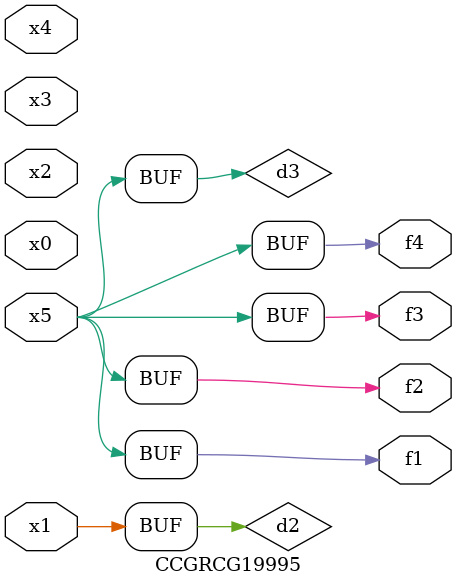
<source format=v>
module CCGRCG19995(
	input x0, x1, x2, x3, x4, x5,
	output f1, f2, f3, f4
);

	wire d1, d2, d3;

	not (d1, x5);
	or (d2, x1);
	xnor (d3, d1);
	assign f1 = d3;
	assign f2 = d3;
	assign f3 = d3;
	assign f4 = d3;
endmodule

</source>
